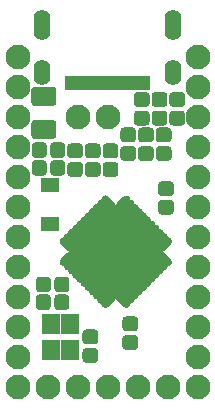
<source format=gts>
G04 #@! TF.GenerationSoftware,KiCad,Pcbnew,(5.1.6)-1*
G04 #@! TF.CreationDate,2020-10-13T18:08:15+08:00*
G04 #@! TF.ProjectId,Alvaro,416c7661-726f-42e6-9b69-6361645f7063,C*
G04 #@! TF.SameCoordinates,Original*
G04 #@! TF.FileFunction,Soldermask,Top*
G04 #@! TF.FilePolarity,Negative*
%FSLAX46Y46*%
G04 Gerber Fmt 4.6, Leading zero omitted, Abs format (unit mm)*
G04 Created by KiCad (PCBNEW (5.1.6)-1) date 2020-10-13 18:08:15*
%MOMM*%
%LPD*%
G01*
G04 APERTURE LIST*
%ADD10R,0.700000X1.200000*%
%ADD11C,1.400000*%
%ADD12R,0.940000X1.200000*%
%ADD13R,1.600000X1.300000*%
%ADD14C,2.100000*%
%ADD15C,0.100000*%
%ADD16R,1.600000X1.800000*%
G04 APERTURE END LIST*
G36*
G01*
X25345000Y-31475000D02*
X23855000Y-31475000D01*
G75*
G02*
X23525000Y-31145000I0J330000D01*
G01*
X23525000Y-30155000D01*
G75*
G02*
X23855000Y-29825000I330000J0D01*
G01*
X25345000Y-29825000D01*
G75*
G02*
X25675000Y-30155000I0J-330000D01*
G01*
X25675000Y-31145000D01*
G75*
G02*
X25345000Y-31475000I-330000J0D01*
G01*
G37*
G36*
G01*
X25345000Y-34275000D02*
X23855000Y-34275000D01*
G75*
G02*
X23525000Y-33945000I0J330000D01*
G01*
X23525000Y-32955000D01*
G75*
G02*
X23855000Y-32625000I330000J0D01*
G01*
X25345000Y-32625000D01*
G75*
G02*
X25675000Y-32955000I0J-330000D01*
G01*
X25675000Y-33945000D01*
G75*
G02*
X25345000Y-34275000I-330000J0D01*
G01*
G37*
D10*
X31758000Y-29500000D03*
X28750000Y-29500000D03*
D11*
X24424400Y-23973200D03*
X24424700Y-24252600D03*
X24424700Y-24557400D03*
X24424700Y-24900300D03*
X24424700Y-25192400D03*
X35575300Y-24570100D03*
X35575300Y-24265300D03*
X35575000Y-23985900D03*
X35575300Y-25205100D03*
X35575300Y-24913000D03*
X35575300Y-28735700D03*
X35575600Y-28219000D03*
X35575600Y-28981000D03*
X35575600Y-28481700D03*
X24425000Y-28481700D03*
X24425000Y-28981000D03*
X24425000Y-28219000D03*
X24424700Y-28735700D03*
D12*
X26800000Y-29500000D03*
X33200000Y-29500000D03*
X32400000Y-29500000D03*
X27600000Y-29500000D03*
D10*
X29250000Y-29500000D03*
X30750000Y-29500000D03*
X29750000Y-29500000D03*
X30250000Y-29500000D03*
X31250000Y-29500000D03*
X28250000Y-29500000D03*
D13*
X25100000Y-38150000D03*
X25100000Y-41450000D03*
D14*
X24920000Y-55240000D03*
X27460000Y-55240000D03*
X30000000Y-55240000D03*
X32540000Y-55240000D03*
X35080000Y-55240000D03*
X22380000Y-27300000D03*
X22380000Y-29840000D03*
X22380000Y-32380000D03*
X22380000Y-34920000D03*
X22380000Y-37460000D03*
X22380000Y-40000000D03*
X22380000Y-42540000D03*
X22380000Y-45080000D03*
X22380000Y-47620000D03*
X22380000Y-50160000D03*
X22380000Y-52700000D03*
X22380000Y-55240000D03*
X37620000Y-55240000D03*
X37620000Y-52700000D03*
X37620000Y-50160000D03*
X37620000Y-47620000D03*
X37620000Y-45080000D03*
X37620000Y-42540000D03*
X37620000Y-40000000D03*
X37620000Y-37460000D03*
X37620000Y-34920000D03*
X37620000Y-32380000D03*
X37620000Y-29840000D03*
X37620000Y-27300000D03*
X30000000Y-32380000D03*
X27460000Y-32380000D03*
G36*
G01*
X26425000Y-36343750D02*
X26425000Y-37056250D01*
G75*
G02*
X26106250Y-37375000I-318750J0D01*
G01*
X25468750Y-37375000D01*
G75*
G02*
X25150000Y-37056250I0J318750D01*
G01*
X25150000Y-36343750D01*
G75*
G02*
X25468750Y-36025000I318750J0D01*
G01*
X26106250Y-36025000D01*
G75*
G02*
X26425000Y-36343750I0J-318750D01*
G01*
G37*
G36*
G01*
X24850000Y-36343750D02*
X24850000Y-37056250D01*
G75*
G02*
X24531250Y-37375000I-318750J0D01*
G01*
X23893750Y-37375000D01*
G75*
G02*
X23575000Y-37056250I0J318750D01*
G01*
X23575000Y-36343750D01*
G75*
G02*
X23893750Y-36025000I318750J0D01*
G01*
X24531250Y-36025000D01*
G75*
G02*
X24850000Y-36343750I0J-318750D01*
G01*
G37*
D15*
G36*
X26740202Y-43800000D02*
G01*
X30700000Y-39840202D01*
X34659798Y-43800000D01*
X30700000Y-47759798D01*
X26740202Y-43800000D01*
G37*
G36*
G01*
X30770711Y-40193755D02*
X30770711Y-40193755D01*
G75*
G02*
X30770711Y-39698781I247487J247487D01*
G01*
X31336397Y-39133095D01*
G75*
G02*
X31831371Y-39133095I247487J-247487D01*
G01*
X31831371Y-39133095D01*
G75*
G02*
X31831371Y-39628069I-247487J-247487D01*
G01*
X31265685Y-40193755D01*
G75*
G02*
X30770711Y-40193755I-247487J247487D01*
G01*
G37*
G36*
G01*
X31124264Y-40547309D02*
X31124264Y-40547309D01*
G75*
G02*
X31124264Y-40052335I247487J247487D01*
G01*
X31689950Y-39486649D01*
G75*
G02*
X32184924Y-39486649I247487J-247487D01*
G01*
X32184924Y-39486649D01*
G75*
G02*
X32184924Y-39981623I-247487J-247487D01*
G01*
X31619238Y-40547309D01*
G75*
G02*
X31124264Y-40547309I-247487J247487D01*
G01*
G37*
G36*
G01*
X31477818Y-40900862D02*
X31477818Y-40900862D01*
G75*
G02*
X31477818Y-40405888I247487J247487D01*
G01*
X32043504Y-39840202D01*
G75*
G02*
X32538478Y-39840202I247487J-247487D01*
G01*
X32538478Y-39840202D01*
G75*
G02*
X32538478Y-40335176I-247487J-247487D01*
G01*
X31972792Y-40900862D01*
G75*
G02*
X31477818Y-40900862I-247487J247487D01*
G01*
G37*
G36*
G01*
X31831371Y-41254416D02*
X31831371Y-41254416D01*
G75*
G02*
X31831371Y-40759442I247487J247487D01*
G01*
X32397057Y-40193756D01*
G75*
G02*
X32892031Y-40193756I247487J-247487D01*
G01*
X32892031Y-40193756D01*
G75*
G02*
X32892031Y-40688730I-247487J-247487D01*
G01*
X32326345Y-41254416D01*
G75*
G02*
X31831371Y-41254416I-247487J247487D01*
G01*
G37*
G36*
G01*
X32184924Y-41607969D02*
X32184924Y-41607969D01*
G75*
G02*
X32184924Y-41112995I247487J247487D01*
G01*
X32750610Y-40547309D01*
G75*
G02*
X33245584Y-40547309I247487J-247487D01*
G01*
X33245584Y-40547309D01*
G75*
G02*
X33245584Y-41042283I-247487J-247487D01*
G01*
X32679898Y-41607969D01*
G75*
G02*
X32184924Y-41607969I-247487J247487D01*
G01*
G37*
G36*
G01*
X32538478Y-41961522D02*
X32538478Y-41961522D01*
G75*
G02*
X32538478Y-41466548I247487J247487D01*
G01*
X33104164Y-40900862D01*
G75*
G02*
X33599138Y-40900862I247487J-247487D01*
G01*
X33599138Y-40900862D01*
G75*
G02*
X33599138Y-41395836I-247487J-247487D01*
G01*
X33033452Y-41961522D01*
G75*
G02*
X32538478Y-41961522I-247487J247487D01*
G01*
G37*
G36*
G01*
X32892031Y-42315076D02*
X32892031Y-42315076D01*
G75*
G02*
X32892031Y-41820102I247487J247487D01*
G01*
X33457717Y-41254416D01*
G75*
G02*
X33952691Y-41254416I247487J-247487D01*
G01*
X33952691Y-41254416D01*
G75*
G02*
X33952691Y-41749390I-247487J-247487D01*
G01*
X33387005Y-42315076D01*
G75*
G02*
X32892031Y-42315076I-247487J247487D01*
G01*
G37*
G36*
G01*
X33245584Y-42668629D02*
X33245584Y-42668629D01*
G75*
G02*
X33245584Y-42173655I247487J247487D01*
G01*
X33811270Y-41607969D01*
G75*
G02*
X34306244Y-41607969I247487J-247487D01*
G01*
X34306244Y-41607969D01*
G75*
G02*
X34306244Y-42102943I-247487J-247487D01*
G01*
X33740558Y-42668629D01*
G75*
G02*
X33245584Y-42668629I-247487J247487D01*
G01*
G37*
G36*
G01*
X33599138Y-43022182D02*
X33599138Y-43022182D01*
G75*
G02*
X33599138Y-42527208I247487J247487D01*
G01*
X34164824Y-41961522D01*
G75*
G02*
X34659798Y-41961522I247487J-247487D01*
G01*
X34659798Y-41961522D01*
G75*
G02*
X34659798Y-42456496I-247487J-247487D01*
G01*
X34094112Y-43022182D01*
G75*
G02*
X33599138Y-43022182I-247487J247487D01*
G01*
G37*
G36*
G01*
X33952691Y-43375736D02*
X33952691Y-43375736D01*
G75*
G02*
X33952691Y-42880762I247487J247487D01*
G01*
X34518377Y-42315076D01*
G75*
G02*
X35013351Y-42315076I247487J-247487D01*
G01*
X35013351Y-42315076D01*
G75*
G02*
X35013351Y-42810050I-247487J-247487D01*
G01*
X34447665Y-43375736D01*
G75*
G02*
X33952691Y-43375736I-247487J247487D01*
G01*
G37*
G36*
G01*
X34306245Y-43729289D02*
X34306245Y-43729289D01*
G75*
G02*
X34306245Y-43234315I247487J247487D01*
G01*
X34871931Y-42668629D01*
G75*
G02*
X35366905Y-42668629I247487J-247487D01*
G01*
X35366905Y-42668629D01*
G75*
G02*
X35366905Y-43163603I-247487J-247487D01*
G01*
X34801219Y-43729289D01*
G75*
G02*
X34306245Y-43729289I-247487J247487D01*
G01*
G37*
G36*
G01*
X34306245Y-43870711D02*
X34306245Y-43870711D01*
G75*
G02*
X34801219Y-43870711I247487J-247487D01*
G01*
X35366905Y-44436397D01*
G75*
G02*
X35366905Y-44931371I-247487J-247487D01*
G01*
X35366905Y-44931371D01*
G75*
G02*
X34871931Y-44931371I-247487J247487D01*
G01*
X34306245Y-44365685D01*
G75*
G02*
X34306245Y-43870711I247487J247487D01*
G01*
G37*
G36*
G01*
X33952691Y-44224264D02*
X33952691Y-44224264D01*
G75*
G02*
X34447665Y-44224264I247487J-247487D01*
G01*
X35013351Y-44789950D01*
G75*
G02*
X35013351Y-45284924I-247487J-247487D01*
G01*
X35013351Y-45284924D01*
G75*
G02*
X34518377Y-45284924I-247487J247487D01*
G01*
X33952691Y-44719238D01*
G75*
G02*
X33952691Y-44224264I247487J247487D01*
G01*
G37*
G36*
G01*
X33599138Y-44577818D02*
X33599138Y-44577818D01*
G75*
G02*
X34094112Y-44577818I247487J-247487D01*
G01*
X34659798Y-45143504D01*
G75*
G02*
X34659798Y-45638478I-247487J-247487D01*
G01*
X34659798Y-45638478D01*
G75*
G02*
X34164824Y-45638478I-247487J247487D01*
G01*
X33599138Y-45072792D01*
G75*
G02*
X33599138Y-44577818I247487J247487D01*
G01*
G37*
G36*
G01*
X33245584Y-44931371D02*
X33245584Y-44931371D01*
G75*
G02*
X33740558Y-44931371I247487J-247487D01*
G01*
X34306244Y-45497057D01*
G75*
G02*
X34306244Y-45992031I-247487J-247487D01*
G01*
X34306244Y-45992031D01*
G75*
G02*
X33811270Y-45992031I-247487J247487D01*
G01*
X33245584Y-45426345D01*
G75*
G02*
X33245584Y-44931371I247487J247487D01*
G01*
G37*
G36*
G01*
X32892031Y-45284924D02*
X32892031Y-45284924D01*
G75*
G02*
X33387005Y-45284924I247487J-247487D01*
G01*
X33952691Y-45850610D01*
G75*
G02*
X33952691Y-46345584I-247487J-247487D01*
G01*
X33952691Y-46345584D01*
G75*
G02*
X33457717Y-46345584I-247487J247487D01*
G01*
X32892031Y-45779898D01*
G75*
G02*
X32892031Y-45284924I247487J247487D01*
G01*
G37*
G36*
G01*
X32538478Y-45638478D02*
X32538478Y-45638478D01*
G75*
G02*
X33033452Y-45638478I247487J-247487D01*
G01*
X33599138Y-46204164D01*
G75*
G02*
X33599138Y-46699138I-247487J-247487D01*
G01*
X33599138Y-46699138D01*
G75*
G02*
X33104164Y-46699138I-247487J247487D01*
G01*
X32538478Y-46133452D01*
G75*
G02*
X32538478Y-45638478I247487J247487D01*
G01*
G37*
G36*
G01*
X32184924Y-45992031D02*
X32184924Y-45992031D01*
G75*
G02*
X32679898Y-45992031I247487J-247487D01*
G01*
X33245584Y-46557717D01*
G75*
G02*
X33245584Y-47052691I-247487J-247487D01*
G01*
X33245584Y-47052691D01*
G75*
G02*
X32750610Y-47052691I-247487J247487D01*
G01*
X32184924Y-46487005D01*
G75*
G02*
X32184924Y-45992031I247487J247487D01*
G01*
G37*
G36*
G01*
X31831371Y-46345584D02*
X31831371Y-46345584D01*
G75*
G02*
X32326345Y-46345584I247487J-247487D01*
G01*
X32892031Y-46911270D01*
G75*
G02*
X32892031Y-47406244I-247487J-247487D01*
G01*
X32892031Y-47406244D01*
G75*
G02*
X32397057Y-47406244I-247487J247487D01*
G01*
X31831371Y-46840558D01*
G75*
G02*
X31831371Y-46345584I247487J247487D01*
G01*
G37*
G36*
G01*
X31477818Y-46699138D02*
X31477818Y-46699138D01*
G75*
G02*
X31972792Y-46699138I247487J-247487D01*
G01*
X32538478Y-47264824D01*
G75*
G02*
X32538478Y-47759798I-247487J-247487D01*
G01*
X32538478Y-47759798D01*
G75*
G02*
X32043504Y-47759798I-247487J247487D01*
G01*
X31477818Y-47194112D01*
G75*
G02*
X31477818Y-46699138I247487J247487D01*
G01*
G37*
G36*
G01*
X31124264Y-47052691D02*
X31124264Y-47052691D01*
G75*
G02*
X31619238Y-47052691I247487J-247487D01*
G01*
X32184924Y-47618377D01*
G75*
G02*
X32184924Y-48113351I-247487J-247487D01*
G01*
X32184924Y-48113351D01*
G75*
G02*
X31689950Y-48113351I-247487J247487D01*
G01*
X31124264Y-47547665D01*
G75*
G02*
X31124264Y-47052691I247487J247487D01*
G01*
G37*
G36*
G01*
X30770711Y-47406245D02*
X30770711Y-47406245D01*
G75*
G02*
X31265685Y-47406245I247487J-247487D01*
G01*
X31831371Y-47971931D01*
G75*
G02*
X31831371Y-48466905I-247487J-247487D01*
G01*
X31831371Y-48466905D01*
G75*
G02*
X31336397Y-48466905I-247487J247487D01*
G01*
X30770711Y-47901219D01*
G75*
G02*
X30770711Y-47406245I247487J247487D01*
G01*
G37*
G36*
G01*
X29568629Y-48466905D02*
X29568629Y-48466905D01*
G75*
G02*
X29568629Y-47971931I247487J247487D01*
G01*
X30134315Y-47406245D01*
G75*
G02*
X30629289Y-47406245I247487J-247487D01*
G01*
X30629289Y-47406245D01*
G75*
G02*
X30629289Y-47901219I-247487J-247487D01*
G01*
X30063603Y-48466905D01*
G75*
G02*
X29568629Y-48466905I-247487J247487D01*
G01*
G37*
G36*
G01*
X29215076Y-48113351D02*
X29215076Y-48113351D01*
G75*
G02*
X29215076Y-47618377I247487J247487D01*
G01*
X29780762Y-47052691D01*
G75*
G02*
X30275736Y-47052691I247487J-247487D01*
G01*
X30275736Y-47052691D01*
G75*
G02*
X30275736Y-47547665I-247487J-247487D01*
G01*
X29710050Y-48113351D01*
G75*
G02*
X29215076Y-48113351I-247487J247487D01*
G01*
G37*
G36*
G01*
X28861522Y-47759798D02*
X28861522Y-47759798D01*
G75*
G02*
X28861522Y-47264824I247487J247487D01*
G01*
X29427208Y-46699138D01*
G75*
G02*
X29922182Y-46699138I247487J-247487D01*
G01*
X29922182Y-46699138D01*
G75*
G02*
X29922182Y-47194112I-247487J-247487D01*
G01*
X29356496Y-47759798D01*
G75*
G02*
X28861522Y-47759798I-247487J247487D01*
G01*
G37*
G36*
G01*
X28507969Y-47406244D02*
X28507969Y-47406244D01*
G75*
G02*
X28507969Y-46911270I247487J247487D01*
G01*
X29073655Y-46345584D01*
G75*
G02*
X29568629Y-46345584I247487J-247487D01*
G01*
X29568629Y-46345584D01*
G75*
G02*
X29568629Y-46840558I-247487J-247487D01*
G01*
X29002943Y-47406244D01*
G75*
G02*
X28507969Y-47406244I-247487J247487D01*
G01*
G37*
G36*
G01*
X28154416Y-47052691D02*
X28154416Y-47052691D01*
G75*
G02*
X28154416Y-46557717I247487J247487D01*
G01*
X28720102Y-45992031D01*
G75*
G02*
X29215076Y-45992031I247487J-247487D01*
G01*
X29215076Y-45992031D01*
G75*
G02*
X29215076Y-46487005I-247487J-247487D01*
G01*
X28649390Y-47052691D01*
G75*
G02*
X28154416Y-47052691I-247487J247487D01*
G01*
G37*
G36*
G01*
X27800862Y-46699138D02*
X27800862Y-46699138D01*
G75*
G02*
X27800862Y-46204164I247487J247487D01*
G01*
X28366548Y-45638478D01*
G75*
G02*
X28861522Y-45638478I247487J-247487D01*
G01*
X28861522Y-45638478D01*
G75*
G02*
X28861522Y-46133452I-247487J-247487D01*
G01*
X28295836Y-46699138D01*
G75*
G02*
X27800862Y-46699138I-247487J247487D01*
G01*
G37*
G36*
G01*
X27447309Y-46345584D02*
X27447309Y-46345584D01*
G75*
G02*
X27447309Y-45850610I247487J247487D01*
G01*
X28012995Y-45284924D01*
G75*
G02*
X28507969Y-45284924I247487J-247487D01*
G01*
X28507969Y-45284924D01*
G75*
G02*
X28507969Y-45779898I-247487J-247487D01*
G01*
X27942283Y-46345584D01*
G75*
G02*
X27447309Y-46345584I-247487J247487D01*
G01*
G37*
G36*
G01*
X27093756Y-45992031D02*
X27093756Y-45992031D01*
G75*
G02*
X27093756Y-45497057I247487J247487D01*
G01*
X27659442Y-44931371D01*
G75*
G02*
X28154416Y-44931371I247487J-247487D01*
G01*
X28154416Y-44931371D01*
G75*
G02*
X28154416Y-45426345I-247487J-247487D01*
G01*
X27588730Y-45992031D01*
G75*
G02*
X27093756Y-45992031I-247487J247487D01*
G01*
G37*
G36*
G01*
X26740202Y-45638478D02*
X26740202Y-45638478D01*
G75*
G02*
X26740202Y-45143504I247487J247487D01*
G01*
X27305888Y-44577818D01*
G75*
G02*
X27800862Y-44577818I247487J-247487D01*
G01*
X27800862Y-44577818D01*
G75*
G02*
X27800862Y-45072792I-247487J-247487D01*
G01*
X27235176Y-45638478D01*
G75*
G02*
X26740202Y-45638478I-247487J247487D01*
G01*
G37*
G36*
G01*
X26386649Y-45284924D02*
X26386649Y-45284924D01*
G75*
G02*
X26386649Y-44789950I247487J247487D01*
G01*
X26952335Y-44224264D01*
G75*
G02*
X27447309Y-44224264I247487J-247487D01*
G01*
X27447309Y-44224264D01*
G75*
G02*
X27447309Y-44719238I-247487J-247487D01*
G01*
X26881623Y-45284924D01*
G75*
G02*
X26386649Y-45284924I-247487J247487D01*
G01*
G37*
G36*
G01*
X26033095Y-44931371D02*
X26033095Y-44931371D01*
G75*
G02*
X26033095Y-44436397I247487J247487D01*
G01*
X26598781Y-43870711D01*
G75*
G02*
X27093755Y-43870711I247487J-247487D01*
G01*
X27093755Y-43870711D01*
G75*
G02*
X27093755Y-44365685I-247487J-247487D01*
G01*
X26528069Y-44931371D01*
G75*
G02*
X26033095Y-44931371I-247487J247487D01*
G01*
G37*
G36*
G01*
X26033095Y-42668629D02*
X26033095Y-42668629D01*
G75*
G02*
X26528069Y-42668629I247487J-247487D01*
G01*
X27093755Y-43234315D01*
G75*
G02*
X27093755Y-43729289I-247487J-247487D01*
G01*
X27093755Y-43729289D01*
G75*
G02*
X26598781Y-43729289I-247487J247487D01*
G01*
X26033095Y-43163603D01*
G75*
G02*
X26033095Y-42668629I247487J247487D01*
G01*
G37*
G36*
G01*
X26386649Y-42315076D02*
X26386649Y-42315076D01*
G75*
G02*
X26881623Y-42315076I247487J-247487D01*
G01*
X27447309Y-42880762D01*
G75*
G02*
X27447309Y-43375736I-247487J-247487D01*
G01*
X27447309Y-43375736D01*
G75*
G02*
X26952335Y-43375736I-247487J247487D01*
G01*
X26386649Y-42810050D01*
G75*
G02*
X26386649Y-42315076I247487J247487D01*
G01*
G37*
G36*
G01*
X26740202Y-41961522D02*
X26740202Y-41961522D01*
G75*
G02*
X27235176Y-41961522I247487J-247487D01*
G01*
X27800862Y-42527208D01*
G75*
G02*
X27800862Y-43022182I-247487J-247487D01*
G01*
X27800862Y-43022182D01*
G75*
G02*
X27305888Y-43022182I-247487J247487D01*
G01*
X26740202Y-42456496D01*
G75*
G02*
X26740202Y-41961522I247487J247487D01*
G01*
G37*
G36*
G01*
X27093756Y-41607969D02*
X27093756Y-41607969D01*
G75*
G02*
X27588730Y-41607969I247487J-247487D01*
G01*
X28154416Y-42173655D01*
G75*
G02*
X28154416Y-42668629I-247487J-247487D01*
G01*
X28154416Y-42668629D01*
G75*
G02*
X27659442Y-42668629I-247487J247487D01*
G01*
X27093756Y-42102943D01*
G75*
G02*
X27093756Y-41607969I247487J247487D01*
G01*
G37*
G36*
G01*
X27447309Y-41254416D02*
X27447309Y-41254416D01*
G75*
G02*
X27942283Y-41254416I247487J-247487D01*
G01*
X28507969Y-41820102D01*
G75*
G02*
X28507969Y-42315076I-247487J-247487D01*
G01*
X28507969Y-42315076D01*
G75*
G02*
X28012995Y-42315076I-247487J247487D01*
G01*
X27447309Y-41749390D01*
G75*
G02*
X27447309Y-41254416I247487J247487D01*
G01*
G37*
G36*
G01*
X27800862Y-40900862D02*
X27800862Y-40900862D01*
G75*
G02*
X28295836Y-40900862I247487J-247487D01*
G01*
X28861522Y-41466548D01*
G75*
G02*
X28861522Y-41961522I-247487J-247487D01*
G01*
X28861522Y-41961522D01*
G75*
G02*
X28366548Y-41961522I-247487J247487D01*
G01*
X27800862Y-41395836D01*
G75*
G02*
X27800862Y-40900862I247487J247487D01*
G01*
G37*
G36*
G01*
X28154416Y-40547309D02*
X28154416Y-40547309D01*
G75*
G02*
X28649390Y-40547309I247487J-247487D01*
G01*
X29215076Y-41112995D01*
G75*
G02*
X29215076Y-41607969I-247487J-247487D01*
G01*
X29215076Y-41607969D01*
G75*
G02*
X28720102Y-41607969I-247487J247487D01*
G01*
X28154416Y-41042283D01*
G75*
G02*
X28154416Y-40547309I247487J247487D01*
G01*
G37*
G36*
G01*
X28507969Y-40193756D02*
X28507969Y-40193756D01*
G75*
G02*
X29002943Y-40193756I247487J-247487D01*
G01*
X29568629Y-40759442D01*
G75*
G02*
X29568629Y-41254416I-247487J-247487D01*
G01*
X29568629Y-41254416D01*
G75*
G02*
X29073655Y-41254416I-247487J247487D01*
G01*
X28507969Y-40688730D01*
G75*
G02*
X28507969Y-40193756I247487J247487D01*
G01*
G37*
G36*
G01*
X28861522Y-39840202D02*
X28861522Y-39840202D01*
G75*
G02*
X29356496Y-39840202I247487J-247487D01*
G01*
X29922182Y-40405888D01*
G75*
G02*
X29922182Y-40900862I-247487J-247487D01*
G01*
X29922182Y-40900862D01*
G75*
G02*
X29427208Y-40900862I-247487J247487D01*
G01*
X28861522Y-40335176D01*
G75*
G02*
X28861522Y-39840202I247487J247487D01*
G01*
G37*
G36*
G01*
X29215076Y-39486649D02*
X29215076Y-39486649D01*
G75*
G02*
X29710050Y-39486649I247487J-247487D01*
G01*
X30275736Y-40052335D01*
G75*
G02*
X30275736Y-40547309I-247487J-247487D01*
G01*
X30275736Y-40547309D01*
G75*
G02*
X29780762Y-40547309I-247487J247487D01*
G01*
X29215076Y-39981623D01*
G75*
G02*
X29215076Y-39486649I247487J247487D01*
G01*
G37*
G36*
G01*
X29568629Y-39133095D02*
X29568629Y-39133095D01*
G75*
G02*
X30063603Y-39133095I247487J-247487D01*
G01*
X30629289Y-39698781D01*
G75*
G02*
X30629289Y-40193755I-247487J-247487D01*
G01*
X30629289Y-40193755D01*
G75*
G02*
X30134315Y-40193755I-247487J247487D01*
G01*
X29568629Y-39628069D01*
G75*
G02*
X29568629Y-39133095I247487J247487D01*
G01*
G37*
G36*
G01*
X23575000Y-35556250D02*
X23575000Y-34843750D01*
G75*
G02*
X23893750Y-34525000I318750J0D01*
G01*
X24531250Y-34525000D01*
G75*
G02*
X24850000Y-34843750I0J-318750D01*
G01*
X24850000Y-35556250D01*
G75*
G02*
X24531250Y-35875000I-318750J0D01*
G01*
X23893750Y-35875000D01*
G75*
G02*
X23575000Y-35556250I0J318750D01*
G01*
G37*
G36*
G01*
X25150000Y-35556250D02*
X25150000Y-34843750D01*
G75*
G02*
X25468750Y-34525000I318750J0D01*
G01*
X26106250Y-34525000D01*
G75*
G02*
X26425000Y-34843750I0J-318750D01*
G01*
X26425000Y-35556250D01*
G75*
G02*
X26106250Y-35875000I-318750J0D01*
G01*
X25468750Y-35875000D01*
G75*
G02*
X25150000Y-35556250I0J318750D01*
G01*
G37*
G36*
G01*
X30606250Y-35900000D02*
X29893750Y-35900000D01*
G75*
G02*
X29575000Y-35581250I0J318750D01*
G01*
X29575000Y-34943750D01*
G75*
G02*
X29893750Y-34625000I318750J0D01*
G01*
X30606250Y-34625000D01*
G75*
G02*
X30925000Y-34943750I0J-318750D01*
G01*
X30925000Y-35581250D01*
G75*
G02*
X30606250Y-35900000I-318750J0D01*
G01*
G37*
G36*
G01*
X30606250Y-37475000D02*
X29893750Y-37475000D01*
G75*
G02*
X29575000Y-37156250I0J318750D01*
G01*
X29575000Y-36518750D01*
G75*
G02*
X29893750Y-36200000I318750J0D01*
G01*
X30606250Y-36200000D01*
G75*
G02*
X30925000Y-36518750I0J-318750D01*
G01*
X30925000Y-37156250D01*
G75*
G02*
X30606250Y-37475000I-318750J0D01*
G01*
G37*
G36*
G01*
X29106250Y-35900000D02*
X28393750Y-35900000D01*
G75*
G02*
X28075000Y-35581250I0J318750D01*
G01*
X28075000Y-34943750D01*
G75*
G02*
X28393750Y-34625000I318750J0D01*
G01*
X29106250Y-34625000D01*
G75*
G02*
X29425000Y-34943750I0J-318750D01*
G01*
X29425000Y-35581250D01*
G75*
G02*
X29106250Y-35900000I-318750J0D01*
G01*
G37*
G36*
G01*
X29106250Y-37475000D02*
X28393750Y-37475000D01*
G75*
G02*
X28075000Y-37156250I0J318750D01*
G01*
X28075000Y-36518750D01*
G75*
G02*
X28393750Y-36200000I318750J0D01*
G01*
X29106250Y-36200000D01*
G75*
G02*
X29425000Y-36518750I0J-318750D01*
G01*
X29425000Y-37156250D01*
G75*
G02*
X29106250Y-37475000I-318750J0D01*
G01*
G37*
G36*
G01*
X35543750Y-30275000D02*
X36256250Y-30275000D01*
G75*
G02*
X36575000Y-30593750I0J-318750D01*
G01*
X36575000Y-31231250D01*
G75*
G02*
X36256250Y-31550000I-318750J0D01*
G01*
X35543750Y-31550000D01*
G75*
G02*
X35225000Y-31231250I0J318750D01*
G01*
X35225000Y-30593750D01*
G75*
G02*
X35543750Y-30275000I318750J0D01*
G01*
G37*
G36*
G01*
X35543750Y-31850000D02*
X36256250Y-31850000D01*
G75*
G02*
X36575000Y-32168750I0J-318750D01*
G01*
X36575000Y-32806250D01*
G75*
G02*
X36256250Y-33125000I-318750J0D01*
G01*
X35543750Y-33125000D01*
G75*
G02*
X35225000Y-32806250I0J318750D01*
G01*
X35225000Y-32168750D01*
G75*
G02*
X35543750Y-31850000I318750J0D01*
G01*
G37*
G36*
G01*
X34756250Y-33125000D02*
X34043750Y-33125000D01*
G75*
G02*
X33725000Y-32806250I0J318750D01*
G01*
X33725000Y-32168750D01*
G75*
G02*
X34043750Y-31850000I318750J0D01*
G01*
X34756250Y-31850000D01*
G75*
G02*
X35075000Y-32168750I0J-318750D01*
G01*
X35075000Y-32806250D01*
G75*
G02*
X34756250Y-33125000I-318750J0D01*
G01*
G37*
G36*
G01*
X34756250Y-31550000D02*
X34043750Y-31550000D01*
G75*
G02*
X33725000Y-31231250I0J318750D01*
G01*
X33725000Y-30593750D01*
G75*
G02*
X34043750Y-30275000I318750J0D01*
G01*
X34756250Y-30275000D01*
G75*
G02*
X35075000Y-30593750I0J-318750D01*
G01*
X35075000Y-31231250D01*
G75*
G02*
X34756250Y-31550000I-318750J0D01*
G01*
G37*
G36*
G01*
X33256250Y-31550000D02*
X32543750Y-31550000D01*
G75*
G02*
X32225000Y-31231250I0J318750D01*
G01*
X32225000Y-30593750D01*
G75*
G02*
X32543750Y-30275000I318750J0D01*
G01*
X33256250Y-30275000D01*
G75*
G02*
X33575000Y-30593750I0J-318750D01*
G01*
X33575000Y-31231250D01*
G75*
G02*
X33256250Y-31550000I-318750J0D01*
G01*
G37*
G36*
G01*
X33256250Y-33125000D02*
X32543750Y-33125000D01*
G75*
G02*
X32225000Y-32806250I0J318750D01*
G01*
X32225000Y-32168750D01*
G75*
G02*
X32543750Y-31850000I318750J0D01*
G01*
X33256250Y-31850000D01*
G75*
G02*
X33575000Y-32168750I0J-318750D01*
G01*
X33575000Y-32806250D01*
G75*
G02*
X33256250Y-33125000I-318750J0D01*
G01*
G37*
G36*
G01*
X35106250Y-34550000D02*
X34393750Y-34550000D01*
G75*
G02*
X34075000Y-34231250I0J318750D01*
G01*
X34075000Y-33593750D01*
G75*
G02*
X34393750Y-33275000I318750J0D01*
G01*
X35106250Y-33275000D01*
G75*
G02*
X35425000Y-33593750I0J-318750D01*
G01*
X35425000Y-34231250D01*
G75*
G02*
X35106250Y-34550000I-318750J0D01*
G01*
G37*
G36*
G01*
X35106250Y-36125000D02*
X34393750Y-36125000D01*
G75*
G02*
X34075000Y-35806250I0J318750D01*
G01*
X34075000Y-35168750D01*
G75*
G02*
X34393750Y-34850000I318750J0D01*
G01*
X35106250Y-34850000D01*
G75*
G02*
X35425000Y-35168750I0J-318750D01*
G01*
X35425000Y-35806250D01*
G75*
G02*
X35106250Y-36125000I-318750J0D01*
G01*
G37*
G36*
G01*
X27606250Y-35900000D02*
X26893750Y-35900000D01*
G75*
G02*
X26575000Y-35581250I0J318750D01*
G01*
X26575000Y-34943750D01*
G75*
G02*
X26893750Y-34625000I318750J0D01*
G01*
X27606250Y-34625000D01*
G75*
G02*
X27925000Y-34943750I0J-318750D01*
G01*
X27925000Y-35581250D01*
G75*
G02*
X27606250Y-35900000I-318750J0D01*
G01*
G37*
G36*
G01*
X27606250Y-37475000D02*
X26893750Y-37475000D01*
G75*
G02*
X26575000Y-37156250I0J318750D01*
G01*
X26575000Y-36518750D01*
G75*
G02*
X26893750Y-36200000I318750J0D01*
G01*
X27606250Y-36200000D01*
G75*
G02*
X27925000Y-36518750I0J-318750D01*
G01*
X27925000Y-37156250D01*
G75*
G02*
X27606250Y-37475000I-318750J0D01*
G01*
G37*
G36*
G01*
X25500000Y-48431250D02*
X25500000Y-47718750D01*
G75*
G02*
X25818750Y-47400000I318750J0D01*
G01*
X26456250Y-47400000D01*
G75*
G02*
X26775000Y-47718750I0J-318750D01*
G01*
X26775000Y-48431250D01*
G75*
G02*
X26456250Y-48750000I-318750J0D01*
G01*
X25818750Y-48750000D01*
G75*
G02*
X25500000Y-48431250I0J318750D01*
G01*
G37*
G36*
G01*
X23925000Y-48431250D02*
X23925000Y-47718750D01*
G75*
G02*
X24243750Y-47400000I318750J0D01*
G01*
X24881250Y-47400000D01*
G75*
G02*
X25200000Y-47718750I0J-318750D01*
G01*
X25200000Y-48431250D01*
G75*
G02*
X24881250Y-48750000I-318750J0D01*
G01*
X24243750Y-48750000D01*
G75*
G02*
X23925000Y-48431250I0J318750D01*
G01*
G37*
G36*
G01*
X28906250Y-53225000D02*
X28193750Y-53225000D01*
G75*
G02*
X27875000Y-52906250I0J318750D01*
G01*
X27875000Y-52268750D01*
G75*
G02*
X28193750Y-51950000I318750J0D01*
G01*
X28906250Y-51950000D01*
G75*
G02*
X29225000Y-52268750I0J-318750D01*
G01*
X29225000Y-52906250D01*
G75*
G02*
X28906250Y-53225000I-318750J0D01*
G01*
G37*
G36*
G01*
X28906250Y-51650000D02*
X28193750Y-51650000D01*
G75*
G02*
X27875000Y-51331250I0J318750D01*
G01*
X27875000Y-50693750D01*
G75*
G02*
X28193750Y-50375000I318750J0D01*
G01*
X28906250Y-50375000D01*
G75*
G02*
X29225000Y-50693750I0J-318750D01*
G01*
X29225000Y-51331250D01*
G75*
G02*
X28906250Y-51650000I-318750J0D01*
G01*
G37*
G36*
G01*
X32106250Y-34550000D02*
X31393750Y-34550000D01*
G75*
G02*
X31075000Y-34231250I0J318750D01*
G01*
X31075000Y-33593750D01*
G75*
G02*
X31393750Y-33275000I318750J0D01*
G01*
X32106250Y-33275000D01*
G75*
G02*
X32425000Y-33593750I0J-318750D01*
G01*
X32425000Y-34231250D01*
G75*
G02*
X32106250Y-34550000I-318750J0D01*
G01*
G37*
G36*
G01*
X32106250Y-36125000D02*
X31393750Y-36125000D01*
G75*
G02*
X31075000Y-35806250I0J318750D01*
G01*
X31075000Y-35168750D01*
G75*
G02*
X31393750Y-34850000I318750J0D01*
G01*
X32106250Y-34850000D01*
G75*
G02*
X32425000Y-35168750I0J-318750D01*
G01*
X32425000Y-35806250D01*
G75*
G02*
X32106250Y-36125000I-318750J0D01*
G01*
G37*
G36*
G01*
X33606250Y-34550000D02*
X32893750Y-34550000D01*
G75*
G02*
X32575000Y-34231250I0J318750D01*
G01*
X32575000Y-33593750D01*
G75*
G02*
X32893750Y-33275000I318750J0D01*
G01*
X33606250Y-33275000D01*
G75*
G02*
X33925000Y-33593750I0J-318750D01*
G01*
X33925000Y-34231250D01*
G75*
G02*
X33606250Y-34550000I-318750J0D01*
G01*
G37*
G36*
G01*
X33606250Y-36125000D02*
X32893750Y-36125000D01*
G75*
G02*
X32575000Y-35806250I0J318750D01*
G01*
X32575000Y-35168750D01*
G75*
G02*
X32893750Y-34850000I318750J0D01*
G01*
X33606250Y-34850000D01*
G75*
G02*
X33925000Y-35168750I0J-318750D01*
G01*
X33925000Y-35806250D01*
G75*
G02*
X33606250Y-36125000I-318750J0D01*
G01*
G37*
G36*
G01*
X34593750Y-37825000D02*
X35306250Y-37825000D01*
G75*
G02*
X35625000Y-38143750I0J-318750D01*
G01*
X35625000Y-38781250D01*
G75*
G02*
X35306250Y-39100000I-318750J0D01*
G01*
X34593750Y-39100000D01*
G75*
G02*
X34275000Y-38781250I0J318750D01*
G01*
X34275000Y-38143750D01*
G75*
G02*
X34593750Y-37825000I318750J0D01*
G01*
G37*
G36*
G01*
X34593750Y-39400000D02*
X35306250Y-39400000D01*
G75*
G02*
X35625000Y-39718750I0J-318750D01*
G01*
X35625000Y-40356250D01*
G75*
G02*
X35306250Y-40675000I-318750J0D01*
G01*
X34593750Y-40675000D01*
G75*
G02*
X34275000Y-40356250I0J318750D01*
G01*
X34275000Y-39718750D01*
G75*
G02*
X34593750Y-39400000I318750J0D01*
G01*
G37*
G36*
G01*
X31568750Y-49275000D02*
X32281250Y-49275000D01*
G75*
G02*
X32600000Y-49593750I0J-318750D01*
G01*
X32600000Y-50231250D01*
G75*
G02*
X32281250Y-50550000I-318750J0D01*
G01*
X31568750Y-50550000D01*
G75*
G02*
X31250000Y-50231250I0J318750D01*
G01*
X31250000Y-49593750D01*
G75*
G02*
X31568750Y-49275000I318750J0D01*
G01*
G37*
G36*
G01*
X31568750Y-50850000D02*
X32281250Y-50850000D01*
G75*
G02*
X32600000Y-51168750I0J-318750D01*
G01*
X32600000Y-51806250D01*
G75*
G02*
X32281250Y-52125000I-318750J0D01*
G01*
X31568750Y-52125000D01*
G75*
G02*
X31250000Y-51806250I0J318750D01*
G01*
X31250000Y-51168750D01*
G75*
G02*
X31568750Y-50850000I318750J0D01*
G01*
G37*
G36*
G01*
X26775000Y-46218750D02*
X26775000Y-46931250D01*
G75*
G02*
X26456250Y-47250000I-318750J0D01*
G01*
X25818750Y-47250000D01*
G75*
G02*
X25500000Y-46931250I0J318750D01*
G01*
X25500000Y-46218750D01*
G75*
G02*
X25818750Y-45900000I318750J0D01*
G01*
X26456250Y-45900000D01*
G75*
G02*
X26775000Y-46218750I0J-318750D01*
G01*
G37*
G36*
G01*
X25200000Y-46218750D02*
X25200000Y-46931250D01*
G75*
G02*
X24881250Y-47250000I-318750J0D01*
G01*
X24243750Y-47250000D01*
G75*
G02*
X23925000Y-46931250I0J318750D01*
G01*
X23925000Y-46218750D01*
G75*
G02*
X24243750Y-45900000I318750J0D01*
G01*
X24881250Y-45900000D01*
G75*
G02*
X25200000Y-46218750I0J-318750D01*
G01*
G37*
D16*
X25250000Y-52100000D03*
X25250000Y-49900000D03*
X26850000Y-49900000D03*
X26850000Y-52100000D03*
M02*

</source>
